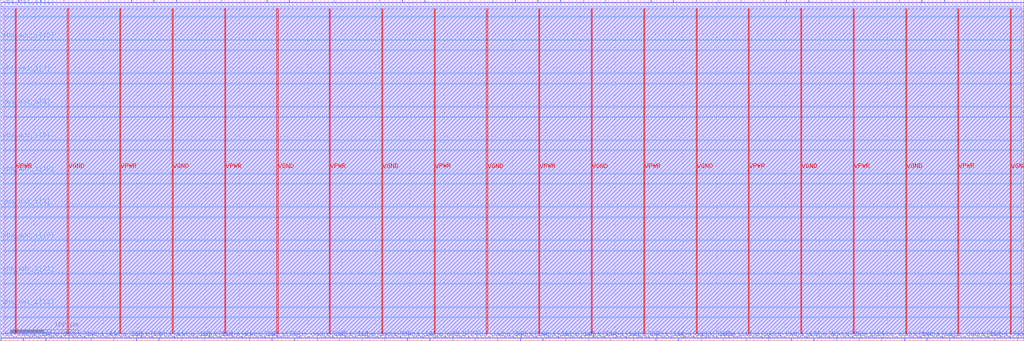
<source format=lef>
VERSION 5.7 ;
  NOWIREEXTENSIONATPIN ON ;
  DIVIDERCHAR "/" ;
  BUSBITCHARS "[]" ;
MACRO SonarOnChip
  CLASS BLOCK ;
  FOREIGN SonarOnChip ;
  ORIGIN 0.000 0.000 ;
  SIZE 1500.000 BY 500.000 ;
  PIN VGND
    DIRECTION INPUT ;
    USE GROUND ;
    PORT
      LAYER met4 ;
        RECT 97.840 10.640 99.440 487.120 ;
    END
    PORT
      LAYER met4 ;
        RECT 251.440 10.640 253.040 487.120 ;
    END
    PORT
      LAYER met4 ;
        RECT 405.040 10.640 406.640 487.120 ;
    END
    PORT
      LAYER met4 ;
        RECT 558.640 10.640 560.240 487.120 ;
    END
    PORT
      LAYER met4 ;
        RECT 712.240 10.640 713.840 487.120 ;
    END
    PORT
      LAYER met4 ;
        RECT 865.840 10.640 867.440 487.120 ;
    END
    PORT
      LAYER met4 ;
        RECT 1019.440 10.640 1021.040 487.120 ;
    END
    PORT
      LAYER met4 ;
        RECT 1173.040 10.640 1174.640 487.120 ;
    END
    PORT
      LAYER met4 ;
        RECT 1326.640 10.640 1328.240 487.120 ;
    END
    PORT
      LAYER met4 ;
        RECT 1480.240 10.640 1481.840 487.120 ;
    END
  END VGND
  PIN VPWR
    DIRECTION INPUT ;
    USE POWER ;
    PORT
      LAYER met4 ;
        RECT 21.040 10.640 22.640 487.120 ;
    END
    PORT
      LAYER met4 ;
        RECT 174.640 10.640 176.240 487.120 ;
    END
    PORT
      LAYER met4 ;
        RECT 328.240 10.640 329.840 487.120 ;
    END
    PORT
      LAYER met4 ;
        RECT 481.840 10.640 483.440 487.120 ;
    END
    PORT
      LAYER met4 ;
        RECT 635.440 10.640 637.040 487.120 ;
    END
    PORT
      LAYER met4 ;
        RECT 789.040 10.640 790.640 487.120 ;
    END
    PORT
      LAYER met4 ;
        RECT 942.640 10.640 944.240 487.120 ;
    END
    PORT
      LAYER met4 ;
        RECT 1096.240 10.640 1097.840 487.120 ;
    END
    PORT
      LAYER met4 ;
        RECT 1249.840 10.640 1251.440 487.120 ;
    END
    PORT
      LAYER met4 ;
        RECT 1403.440 10.640 1405.040 487.120 ;
    END
  END VPWR
  PIN ce_pcm
    DIRECTION INPUT ;
    USE SIGNAL ;
    PORT
      LAYER met2 ;
        RECT 1258.650 0.000 1258.930 4.000 ;
    END
  END ce_pcm
  PIN cmp
    DIRECTION OUTPUT TRISTATE ;
    USE SIGNAL ;
    PORT
      LAYER met2 ;
        RECT 1483.130 496.000 1483.410 500.000 ;
    END
  END cmp
  PIN mclear
    DIRECTION INPUT ;
    USE SIGNAL ;
    PORT
      LAYER met2 ;
        RECT 920.090 496.000 920.370 500.000 ;
    END
  END mclear
  PIN mclk
    DIRECTION INPUT ;
    USE SIGNAL ;
    PORT
      LAYER met2 ;
        RECT 662.490 0.000 662.770 4.000 ;
    END
  END mclk
  PIN pdm_data_i
    DIRECTION INPUT ;
    USE SIGNAL ;
    PORT
      LAYER met2 ;
        RECT 1026.810 0.000 1027.090 4.000 ;
    END
  END pdm_data_i
  PIN wb_clk_i
    DIRECTION INPUT ;
    USE SIGNAL ;
    PORT
      LAYER met2 ;
        RECT 397.530 0.000 397.810 4.000 ;
    END
  END wb_clk_i
  PIN wb_rst_i
    DIRECTION INPUT ;
    USE SIGNAL ;
    PORT
      LAYER met2 ;
        RECT 1052.570 496.000 1052.850 500.000 ;
    END
  END wb_rst_i
  PIN wbs_ack_o
    DIRECTION OUTPUT TRISTATE ;
    USE SIGNAL ;
    PORT
      LAYER met2 ;
        RECT 1151.930 496.000 1152.210 500.000 ;
    END
  END wbs_ack_o
  PIN wbs_adr_i[0]
    DIRECTION INPUT ;
    USE SIGNAL ;
    PORT
      LAYER met2 ;
        RECT 198.810 0.000 199.090 4.000 ;
    END
  END wbs_adr_i[0]
  PIN wbs_adr_i[10]
    DIRECTION INPUT ;
    USE SIGNAL ;
    PORT
      LAYER met3 ;
        RECT 0.000 146.920 4.000 147.520 ;
    END
  END wbs_adr_i[10]
  PIN wbs_adr_i[11]
    DIRECTION INPUT ;
    USE SIGNAL ;
    PORT
      LAYER met2 ;
        RECT 331.290 0.000 331.570 4.000 ;
    END
  END wbs_adr_i[11]
  PIN wbs_adr_i[12]
    DIRECTION INPUT ;
    USE SIGNAL ;
    PORT
      LAYER met2 ;
        RECT 861.210 0.000 861.490 4.000 ;
    END
  END wbs_adr_i[12]
  PIN wbs_adr_i[13]
    DIRECTION INPUT ;
    USE SIGNAL ;
    PORT
      LAYER met3 ;
        RECT 1496.000 327.800 1500.000 328.400 ;
    END
  END wbs_adr_i[13]
  PIN wbs_adr_i[14]
    DIRECTION INPUT ;
    USE SIGNAL ;
    PORT
      LAYER met2 ;
        RECT 563.130 0.000 563.410 4.000 ;
    END
  END wbs_adr_i[14]
  PIN wbs_adr_i[15]
    DIRECTION INPUT ;
    USE SIGNAL ;
    PORT
      LAYER met3 ;
        RECT 0.000 440.680 4.000 441.280 ;
    END
  END wbs_adr_i[15]
  PIN wbs_adr_i[16]
    DIRECTION INPUT ;
    USE SIGNAL ;
    PORT
      LAYER met3 ;
        RECT 1496.000 229.880 1500.000 230.480 ;
    END
  END wbs_adr_i[16]
  PIN wbs_adr_i[17]
    DIRECTION INPUT ;
    USE SIGNAL ;
    PORT
      LAYER met2 ;
        RECT 820.730 496.000 821.010 500.000 ;
    END
  END wbs_adr_i[17]
  PIN wbs_adr_i[18]
    DIRECTION INPUT ;
    USE SIGNAL ;
    PORT
      LAYER met2 ;
        RECT 231.930 0.000 232.210 4.000 ;
    END
  END wbs_adr_i[18]
  PIN wbs_adr_i[19]
    DIRECTION INPUT ;
    USE SIGNAL ;
    PORT
      LAYER met3 ;
        RECT 0.000 244.840 4.000 245.440 ;
    END
  END wbs_adr_i[19]
  PIN wbs_adr_i[1]
    DIRECTION INPUT ;
    USE SIGNAL ;
    PORT
      LAYER met2 ;
        RECT 1291.770 0.000 1292.050 4.000 ;
    END
  END wbs_adr_i[1]
  PIN wbs_adr_i[20]
    DIRECTION INPUT ;
    USE SIGNAL ;
    PORT
      LAYER met2 ;
        RECT 257.690 496.000 257.970 500.000 ;
    END
  END wbs_adr_i[20]
  PIN wbs_adr_i[21]
    DIRECTION INPUT ;
    USE SIGNAL ;
    PORT
      LAYER met3 ;
        RECT 1496.000 376.760 1500.000 377.360 ;
    END
  END wbs_adr_i[21]
  PIN wbs_adr_i[22]
    DIRECTION INPUT ;
    USE SIGNAL ;
    PORT
      LAYER met2 ;
        RECT 1317.530 496.000 1317.810 500.000 ;
    END
  END wbs_adr_i[22]
  PIN wbs_adr_i[23]
    DIRECTION INPUT ;
    USE SIGNAL ;
    PORT
      LAYER met2 ;
        RECT 1085.690 496.000 1085.970 500.000 ;
    END
  END wbs_adr_i[23]
  PIN wbs_adr_i[24]
    DIRECTION INPUT ;
    USE SIGNAL ;
    PORT
      LAYER met2 ;
        RECT 224.570 496.000 224.850 500.000 ;
    END
  END wbs_adr_i[24]
  PIN wbs_adr_i[25]
    DIRECTION INPUT ;
    USE SIGNAL ;
    PORT
      LAYER met2 ;
        RECT 132.570 0.000 132.850 4.000 ;
    END
  END wbs_adr_i[25]
  PIN wbs_adr_i[26]
    DIRECTION INPUT ;
    USE SIGNAL ;
    PORT
      LAYER met2 ;
        RECT 323.930 496.000 324.210 500.000 ;
    END
  END wbs_adr_i[26]
  PIN wbs_adr_i[27]
    DIRECTION INPUT ;
    USE SIGNAL ;
    PORT
      LAYER met2 ;
        RECT 721.370 496.000 721.650 500.000 ;
    END
  END wbs_adr_i[27]
  PIN wbs_adr_i[28]
    DIRECTION INPUT ;
    USE SIGNAL ;
    PORT
      LAYER met3 ;
        RECT 1496.000 425.720 1500.000 426.320 ;
    END
  END wbs_adr_i[28]
  PIN wbs_adr_i[29]
    DIRECTION INPUT ;
    USE SIGNAL ;
    PORT
      LAYER met2 ;
        RECT 158.330 496.000 158.610 500.000 ;
    END
  END wbs_adr_i[29]
  PIN wbs_adr_i[2]
    DIRECTION INPUT ;
    USE SIGNAL ;
    PORT
      LAYER met2 ;
        RECT 1192.410 0.000 1192.690 4.000 ;
    END
  END wbs_adr_i[2]
  PIN wbs_adr_i[30]
    DIRECTION INPUT ;
    USE SIGNAL ;
    PORT
      LAYER met2 ;
        RECT 1350.650 496.000 1350.930 500.000 ;
    END
  END wbs_adr_i[30]
  PIN wbs_adr_i[31]
    DIRECTION INPUT ;
    USE SIGNAL ;
    PORT
      LAYER met3 ;
        RECT 0.000 97.960 4.000 98.560 ;
    END
  END wbs_adr_i[31]
  PIN wbs_adr_i[3]
    DIRECTION INPUT ;
    USE SIGNAL ;
    PORT
      LAYER met2 ;
        RECT 1159.290 0.000 1159.570 4.000 ;
    END
  END wbs_adr_i[3]
  PIN wbs_adr_i[4]
    DIRECTION INPUT ;
    USE SIGNAL ;
    PORT
      LAYER met3 ;
        RECT 1496.000 278.840 1500.000 279.440 ;
    END
  END wbs_adr_i[4]
  PIN wbs_adr_i[5]
    DIRECTION INPUT ;
    USE SIGNAL ;
    PORT
      LAYER met3 ;
        RECT 1496.000 131.960 1500.000 132.560 ;
    END
  END wbs_adr_i[5]
  PIN wbs_adr_i[6]
    DIRECTION INPUT ;
    USE SIGNAL ;
    PORT
      LAYER met3 ;
        RECT 1496.000 34.040 1500.000 34.640 ;
    END
  END wbs_adr_i[6]
  PIN wbs_adr_i[7]
    DIRECTION INPUT ;
    USE SIGNAL ;
    PORT
      LAYER met2 ;
        RECT 125.210 496.000 125.490 500.000 ;
    END
  END wbs_adr_i[7]
  PIN wbs_adr_i[8]
    DIRECTION INPUT ;
    USE SIGNAL ;
    PORT
      LAYER met2 ;
        RECT 1416.890 496.000 1417.170 500.000 ;
    END
  END wbs_adr_i[8]
  PIN wbs_adr_i[9]
    DIRECTION INPUT ;
    USE SIGNAL ;
    PORT
      LAYER met3 ;
        RECT 0.000 293.800 4.000 294.400 ;
    END
  END wbs_adr_i[9]
  PIN wbs_cyc_i
    DIRECTION INPUT ;
    USE SIGNAL ;
    PORT
      LAYER met2 ;
        RECT 1093.050 0.000 1093.330 4.000 ;
    END
  END wbs_cyc_i
  PIN wbs_dat_i[0]
    DIRECTION INPUT ;
    USE SIGNAL ;
    PORT
      LAYER met2 ;
        RECT 290.810 496.000 291.090 500.000 ;
    END
  END wbs_dat_i[0]
  PIN wbs_dat_i[10]
    DIRECTION INPUT ;
    USE SIGNAL ;
    PORT
      LAYER met2 ;
        RECT 1019.450 496.000 1019.730 500.000 ;
    END
  END wbs_dat_i[10]
  PIN wbs_dat_i[11]
    DIRECTION INPUT ;
    USE SIGNAL ;
    PORT
      LAYER met3 ;
        RECT 0.000 49.000 4.000 49.600 ;
    END
  END wbs_dat_i[11]
  PIN wbs_dat_i[12]
    DIRECTION INPUT ;
    USE SIGNAL ;
    PORT
      LAYER met2 ;
        RECT 1391.130 0.000 1391.410 4.000 ;
    END
  END wbs_dat_i[12]
  PIN wbs_dat_i[13]
    DIRECTION INPUT ;
    USE SIGNAL ;
    PORT
      LAYER met2 ;
        RECT 853.850 496.000 854.130 500.000 ;
    END
  END wbs_dat_i[13]
  PIN wbs_dat_i[14]
    DIRECTION INPUT ;
    USE SIGNAL ;
    PORT
      LAYER met2 ;
        RECT 1118.810 496.000 1119.090 500.000 ;
    END
  END wbs_dat_i[14]
  PIN wbs_dat_i[15]
    DIRECTION INPUT ;
    USE SIGNAL ;
    PORT
      LAYER met2 ;
        RECT 423.290 496.000 423.570 500.000 ;
    END
  END wbs_dat_i[15]
  PIN wbs_dat_i[16]
    DIRECTION INPUT ;
    USE SIGNAL ;
    PORT
      LAYER met2 ;
        RECT 265.050 0.000 265.330 4.000 ;
    END
  END wbs_dat_i[16]
  PIN wbs_dat_i[17]
    DIRECTION INPUT ;
    USE SIGNAL ;
    PORT
      LAYER met2 ;
        RECT 1126.170 0.000 1126.450 4.000 ;
    END
  END wbs_dat_i[17]
  PIN wbs_dat_i[18]
    DIRECTION INPUT ;
    USE SIGNAL ;
    PORT
      LAYER met2 ;
        RECT 993.690 0.000 993.970 4.000 ;
    END
  END wbs_dat_i[18]
  PIN wbs_dat_i[19]
    DIRECTION INPUT ;
    USE SIGNAL ;
    PORT
      LAYER met2 ;
        RECT 1457.370 0.000 1457.650 4.000 ;
    END
  END wbs_dat_i[19]
  PIN wbs_dat_i[1]
    DIRECTION INPUT ;
    USE SIGNAL ;
    PORT
      LAYER met2 ;
        RECT 66.330 0.000 66.610 4.000 ;
    END
  END wbs_dat_i[1]
  PIN wbs_dat_i[20]
    DIRECTION INPUT ;
    USE SIGNAL ;
    PORT
      LAYER met2 ;
        RECT 828.090 0.000 828.370 4.000 ;
    END
  END wbs_dat_i[20]
  PIN wbs_dat_i[21]
    DIRECTION INPUT ;
    USE SIGNAL ;
    PORT
      LAYER met2 ;
        RECT 886.970 496.000 887.250 500.000 ;
    END
  END wbs_dat_i[21]
  PIN wbs_dat_i[22]
    DIRECTION INPUT ;
    USE SIGNAL ;
    PORT
      LAYER met3 ;
        RECT 1496.000 474.680 1500.000 475.280 ;
    END
  END wbs_dat_i[22]
  PIN wbs_dat_i[23]
    DIRECTION INPUT ;
    USE SIGNAL ;
    PORT
      LAYER met2 ;
        RECT 960.570 0.000 960.850 4.000 ;
    END
  END wbs_dat_i[23]
  PIN wbs_dat_i[24]
    DIRECTION INPUT ;
    USE SIGNAL ;
    PORT
      LAYER met2 ;
        RECT 728.730 0.000 729.010 4.000 ;
    END
  END wbs_dat_i[24]
  PIN wbs_dat_i[25]
    DIRECTION INPUT ;
    USE SIGNAL ;
    PORT
      LAYER met2 ;
        RECT 364.410 0.000 364.690 4.000 ;
    END
  END wbs_dat_i[25]
  PIN wbs_dat_i[26]
    DIRECTION INPUT ;
    USE SIGNAL ;
    PORT
      LAYER met2 ;
        RECT 986.330 496.000 986.610 500.000 ;
    END
  END wbs_dat_i[26]
  PIN wbs_dat_i[27]
    DIRECTION INPUT ;
    USE SIGNAL ;
    PORT
      LAYER met2 ;
        RECT 787.610 496.000 787.890 500.000 ;
    END
  END wbs_dat_i[27]
  PIN wbs_dat_i[28]
    DIRECTION INPUT ;
    USE SIGNAL ;
    PORT
      LAYER met2 ;
        RECT 390.170 496.000 390.450 500.000 ;
    END
  END wbs_dat_i[28]
  PIN wbs_dat_i[29]
    DIRECTION INPUT ;
    USE SIGNAL ;
    PORT
      LAYER met2 ;
        RECT 927.450 0.000 927.730 4.000 ;
    END
  END wbs_dat_i[29]
  PIN wbs_dat_i[2]
    DIRECTION INPUT ;
    USE SIGNAL ;
    PORT
      LAYER met2 ;
        RECT 522.650 496.000 522.930 500.000 ;
    END
  END wbs_dat_i[2]
  PIN wbs_dat_i[30]
    DIRECTION INPUT ;
    USE SIGNAL ;
    PORT
      LAYER met2 ;
        RECT 761.850 0.000 762.130 4.000 ;
    END
  END wbs_dat_i[30]
  PIN wbs_dat_i[31]
    DIRECTION INPUT ;
    USE SIGNAL ;
    PORT
      LAYER met2 ;
        RECT 1218.170 496.000 1218.450 500.000 ;
    END
  END wbs_dat_i[31]
  PIN wbs_dat_i[3]
    DIRECTION INPUT ;
    USE SIGNAL ;
    PORT
      LAYER met3 ;
        RECT 0.000 195.880 4.000 196.480 ;
    END
  END wbs_dat_i[3]
  PIN wbs_dat_i[4]
    DIRECTION INPUT ;
    USE SIGNAL ;
    PORT
      LAYER met2 ;
        RECT 99.450 0.000 99.730 4.000 ;
    END
  END wbs_dat_i[4]
  PIN wbs_dat_i[5]
    DIRECTION INPUT ;
    USE SIGNAL ;
    PORT
      LAYER met2 ;
        RECT 58.970 496.000 59.250 500.000 ;
    END
  END wbs_dat_i[5]
  PIN wbs_dat_i[6]
    DIRECTION INPUT ;
    USE SIGNAL ;
    PORT
      LAYER met2 ;
        RECT 894.330 0.000 894.610 4.000 ;
    END
  END wbs_dat_i[6]
  PIN wbs_dat_i[7]
    DIRECTION INPUT ;
    USE SIGNAL ;
    PORT
      LAYER met2 ;
        RECT 1424.250 0.000 1424.530 4.000 ;
    END
  END wbs_dat_i[7]
  PIN wbs_dat_i[8]
    DIRECTION INPUT ;
    USE SIGNAL ;
    PORT
      LAYER met2 ;
        RECT 1225.530 0.000 1225.810 4.000 ;
    END
  END wbs_dat_i[8]
  PIN wbs_dat_i[9]
    DIRECTION INPUT ;
    USE SIGNAL ;
    PORT
      LAYER met2 ;
        RECT 695.610 0.000 695.890 4.000 ;
    END
  END wbs_dat_i[9]
  PIN wbs_dat_o[0]
    DIRECTION OUTPUT TRISTATE ;
    USE SIGNAL ;
    PORT
      LAYER met2 ;
        RECT 357.050 496.000 357.330 500.000 ;
    END
  END wbs_dat_o[0]
  PIN wbs_dat_o[10]
    DIRECTION OUTPUT TRISTATE ;
    USE SIGNAL ;
    PORT
      LAYER met2 ;
        RECT 191.450 496.000 191.730 500.000 ;
    END
  END wbs_dat_o[10]
  PIN wbs_dat_o[11]
    DIRECTION OUTPUT TRISTATE ;
    USE SIGNAL ;
    PORT
      LAYER met2 ;
        RECT 588.890 496.000 589.170 500.000 ;
    END
  END wbs_dat_o[11]
  PIN wbs_dat_o[12]
    DIRECTION OUTPUT TRISTATE ;
    USE SIGNAL ;
    PORT
      LAYER met2 ;
        RECT 1324.890 0.000 1325.170 4.000 ;
    END
  END wbs_dat_o[12]
  PIN wbs_dat_o[13]
    DIRECTION OUTPUT TRISTATE ;
    USE SIGNAL ;
    PORT
      LAYER met3 ;
        RECT 1496.000 83.000 1500.000 83.600 ;
    END
  END wbs_dat_o[13]
  PIN wbs_dat_o[14]
    DIRECTION OUTPUT TRISTATE ;
    USE SIGNAL ;
    PORT
      LAYER met2 ;
        RECT 794.970 0.000 795.250 4.000 ;
    END
  END wbs_dat_o[14]
  PIN wbs_dat_o[15]
    DIRECTION OUTPUT TRISTATE ;
    USE SIGNAL ;
    PORT
      LAYER met3 ;
        RECT 1496.000 180.920 1500.000 181.520 ;
    END
  END wbs_dat_o[15]
  PIN wbs_dat_o[16]
    DIRECTION OUTPUT TRISTATE ;
    USE SIGNAL ;
    PORT
      LAYER met2 ;
        RECT 463.770 0.000 464.050 4.000 ;
    END
  END wbs_dat_o[16]
  PIN wbs_dat_o[17]
    DIRECTION OUTPUT TRISTATE ;
    USE SIGNAL ;
    PORT
      LAYER met2 ;
        RECT 655.130 496.000 655.410 500.000 ;
    END
  END wbs_dat_o[17]
  PIN wbs_dat_o[18]
    DIRECTION OUTPUT TRISTATE ;
    USE SIGNAL ;
    PORT
      LAYER met2 ;
        RECT 25.850 496.000 26.130 500.000 ;
    END
  END wbs_dat_o[18]
  PIN wbs_dat_o[19]
    DIRECTION OUTPUT TRISTATE ;
    USE SIGNAL ;
    PORT
      LAYER met2 ;
        RECT 0.090 0.000 0.370 4.000 ;
    END
  END wbs_dat_o[19]
  PIN wbs_dat_o[1]
    DIRECTION OUTPUT TRISTATE ;
    USE SIGNAL ;
    PORT
      LAYER met2 ;
        RECT 596.250 0.000 596.530 4.000 ;
    END
  END wbs_dat_o[1]
  PIN wbs_dat_o[20]
    DIRECTION OUTPUT TRISTATE ;
    USE SIGNAL ;
    PORT
      LAYER met2 ;
        RECT 688.250 496.000 688.530 500.000 ;
    END
  END wbs_dat_o[20]
  PIN wbs_dat_o[21]
    DIRECTION OUTPUT TRISTATE ;
    USE SIGNAL ;
    PORT
      LAYER met2 ;
        RECT 953.210 496.000 953.490 500.000 ;
    END
  END wbs_dat_o[21]
  PIN wbs_dat_o[22]
    DIRECTION OUTPUT TRISTATE ;
    USE SIGNAL ;
    PORT
      LAYER met2 ;
        RECT 1251.290 496.000 1251.570 500.000 ;
    END
  END wbs_dat_o[22]
  PIN wbs_dat_o[23]
    DIRECTION OUTPUT TRISTATE ;
    USE SIGNAL ;
    PORT
      LAYER met2 ;
        RECT 489.530 496.000 489.810 500.000 ;
    END
  END wbs_dat_o[23]
  PIN wbs_dat_o[24]
    DIRECTION OUTPUT TRISTATE ;
    USE SIGNAL ;
    PORT
      LAYER met2 ;
        RECT 92.090 496.000 92.370 500.000 ;
    END
  END wbs_dat_o[24]
  PIN wbs_dat_o[25]
    DIRECTION OUTPUT TRISTATE ;
    USE SIGNAL ;
    PORT
      LAYER met2 ;
        RECT 33.210 0.000 33.490 4.000 ;
    END
  END wbs_dat_o[25]
  PIN wbs_dat_o[26]
    DIRECTION OUTPUT TRISTATE ;
    USE SIGNAL ;
    PORT
      LAYER met2 ;
        RECT 1383.770 496.000 1384.050 500.000 ;
    END
  END wbs_dat_o[26]
  PIN wbs_dat_o[27]
    DIRECTION OUTPUT TRISTATE ;
    USE SIGNAL ;
    PORT
      LAYER met2 ;
        RECT 1185.050 496.000 1185.330 500.000 ;
    END
  END wbs_dat_o[27]
  PIN wbs_dat_o[28]
    DIRECTION OUTPUT TRISTATE ;
    USE SIGNAL ;
    PORT
      LAYER met2 ;
        RECT 430.650 0.000 430.930 4.000 ;
    END
  END wbs_dat_o[28]
  PIN wbs_dat_o[29]
    DIRECTION OUTPUT TRISTATE ;
    USE SIGNAL ;
    PORT
      LAYER met2 ;
        RECT 1450.010 496.000 1450.290 500.000 ;
    END
  END wbs_dat_o[29]
  PIN wbs_dat_o[2]
    DIRECTION OUTPUT TRISTATE ;
    USE SIGNAL ;
    PORT
      LAYER met2 ;
        RECT 1059.930 0.000 1060.210 4.000 ;
    END
  END wbs_dat_o[2]
  PIN wbs_dat_o[30]
    DIRECTION OUTPUT TRISTATE ;
    USE SIGNAL ;
    PORT
      LAYER met2 ;
        RECT 555.770 496.000 556.050 500.000 ;
    END
  END wbs_dat_o[30]
  PIN wbs_dat_o[31]
    DIRECTION OUTPUT TRISTATE ;
    USE SIGNAL ;
    PORT
      LAYER met3 ;
        RECT 0.000 489.640 4.000 490.240 ;
    END
  END wbs_dat_o[31]
  PIN wbs_dat_o[3]
    DIRECTION OUTPUT TRISTATE ;
    USE SIGNAL ;
    PORT
      LAYER met2 ;
        RECT 165.690 0.000 165.970 4.000 ;
    END
  END wbs_dat_o[3]
  PIN wbs_dat_o[4]
    DIRECTION OUTPUT TRISTATE ;
    USE SIGNAL ;
    PORT
      LAYER met2 ;
        RECT 298.170 0.000 298.450 4.000 ;
    END
  END wbs_dat_o[4]
  PIN wbs_dat_o[5]
    DIRECTION OUTPUT TRISTATE ;
    USE SIGNAL ;
    PORT
      LAYER met2 ;
        RECT 496.890 0.000 497.170 4.000 ;
    END
  END wbs_dat_o[5]
  PIN wbs_dat_o[6]
    DIRECTION OUTPUT TRISTATE ;
    USE SIGNAL ;
    PORT
      LAYER met2 ;
        RECT 1490.490 0.000 1490.770 4.000 ;
    END
  END wbs_dat_o[6]
  PIN wbs_dat_o[7]
    DIRECTION OUTPUT TRISTATE ;
    USE SIGNAL ;
    PORT
      LAYER met2 ;
        RECT 530.010 0.000 530.290 4.000 ;
    END
  END wbs_dat_o[7]
  PIN wbs_dat_o[8]
    DIRECTION OUTPUT TRISTATE ;
    USE SIGNAL ;
    PORT
      LAYER met3 ;
        RECT 0.000 342.760 4.000 343.360 ;
    END
  END wbs_dat_o[8]
  PIN wbs_dat_o[9]
    DIRECTION OUTPUT TRISTATE ;
    USE SIGNAL ;
    PORT
      LAYER met2 ;
        RECT 1284.410 496.000 1284.690 500.000 ;
    END
  END wbs_dat_o[9]
  PIN wbs_sel_i[0]
    DIRECTION INPUT ;
    USE SIGNAL ;
    PORT
      LAYER met2 ;
        RECT 622.010 496.000 622.290 500.000 ;
    END
  END wbs_sel_i[0]
  PIN wbs_sel_i[1]
    DIRECTION INPUT ;
    USE SIGNAL ;
    PORT
      LAYER met2 ;
        RECT 754.490 496.000 754.770 500.000 ;
    END
  END wbs_sel_i[1]
  PIN wbs_sel_i[2]
    DIRECTION INPUT ;
    USE SIGNAL ;
    PORT
      LAYER met2 ;
        RECT 629.370 0.000 629.650 4.000 ;
    END
  END wbs_sel_i[2]
  PIN wbs_sel_i[3]
    DIRECTION INPUT ;
    USE SIGNAL ;
    PORT
      LAYER met3 ;
        RECT 0.000 391.720 4.000 392.320 ;
    END
  END wbs_sel_i[3]
  PIN wbs_stb_i
    DIRECTION INPUT ;
    USE SIGNAL ;
    PORT
      LAYER met2 ;
        RECT 456.410 496.000 456.690 500.000 ;
    END
  END wbs_stb_i
  PIN wbs_we_i
    DIRECTION INPUT ;
    USE SIGNAL ;
    PORT
      LAYER met2 ;
        RECT 1358.010 0.000 1358.290 4.000 ;
    END
  END wbs_we_i
  OBS
      LAYER li1 ;
        RECT 5.520 10.795 1499.915 486.965 ;
      LAYER met1 ;
        RECT 0.070 9.900 1499.990 487.120 ;
      LAYER met2 ;
        RECT 0.100 495.720 25.570 496.130 ;
        RECT 26.410 495.720 58.690 496.130 ;
        RECT 59.530 495.720 91.810 496.130 ;
        RECT 92.650 495.720 124.930 496.130 ;
        RECT 125.770 495.720 158.050 496.130 ;
        RECT 158.890 495.720 191.170 496.130 ;
        RECT 192.010 495.720 224.290 496.130 ;
        RECT 225.130 495.720 257.410 496.130 ;
        RECT 258.250 495.720 290.530 496.130 ;
        RECT 291.370 495.720 323.650 496.130 ;
        RECT 324.490 495.720 356.770 496.130 ;
        RECT 357.610 495.720 389.890 496.130 ;
        RECT 390.730 495.720 423.010 496.130 ;
        RECT 423.850 495.720 456.130 496.130 ;
        RECT 456.970 495.720 489.250 496.130 ;
        RECT 490.090 495.720 522.370 496.130 ;
        RECT 523.210 495.720 555.490 496.130 ;
        RECT 556.330 495.720 588.610 496.130 ;
        RECT 589.450 495.720 621.730 496.130 ;
        RECT 622.570 495.720 654.850 496.130 ;
        RECT 655.690 495.720 687.970 496.130 ;
        RECT 688.810 495.720 721.090 496.130 ;
        RECT 721.930 495.720 754.210 496.130 ;
        RECT 755.050 495.720 787.330 496.130 ;
        RECT 788.170 495.720 820.450 496.130 ;
        RECT 821.290 495.720 853.570 496.130 ;
        RECT 854.410 495.720 886.690 496.130 ;
        RECT 887.530 495.720 919.810 496.130 ;
        RECT 920.650 495.720 952.930 496.130 ;
        RECT 953.770 495.720 986.050 496.130 ;
        RECT 986.890 495.720 1019.170 496.130 ;
        RECT 1020.010 495.720 1052.290 496.130 ;
        RECT 1053.130 495.720 1085.410 496.130 ;
        RECT 1086.250 495.720 1118.530 496.130 ;
        RECT 1119.370 495.720 1151.650 496.130 ;
        RECT 1152.490 495.720 1184.770 496.130 ;
        RECT 1185.610 495.720 1217.890 496.130 ;
        RECT 1218.730 495.720 1251.010 496.130 ;
        RECT 1251.850 495.720 1284.130 496.130 ;
        RECT 1284.970 495.720 1317.250 496.130 ;
        RECT 1318.090 495.720 1350.370 496.130 ;
        RECT 1351.210 495.720 1383.490 496.130 ;
        RECT 1384.330 495.720 1416.610 496.130 ;
        RECT 1417.450 495.720 1449.730 496.130 ;
        RECT 1450.570 495.720 1482.850 496.130 ;
        RECT 1483.690 495.720 1499.960 496.130 ;
        RECT 0.100 4.280 1499.960 495.720 ;
        RECT 0.650 4.000 32.930 4.280 ;
        RECT 33.770 4.000 66.050 4.280 ;
        RECT 66.890 4.000 99.170 4.280 ;
        RECT 100.010 4.000 132.290 4.280 ;
        RECT 133.130 4.000 165.410 4.280 ;
        RECT 166.250 4.000 198.530 4.280 ;
        RECT 199.370 4.000 231.650 4.280 ;
        RECT 232.490 4.000 264.770 4.280 ;
        RECT 265.610 4.000 297.890 4.280 ;
        RECT 298.730 4.000 331.010 4.280 ;
        RECT 331.850 4.000 364.130 4.280 ;
        RECT 364.970 4.000 397.250 4.280 ;
        RECT 398.090 4.000 430.370 4.280 ;
        RECT 431.210 4.000 463.490 4.280 ;
        RECT 464.330 4.000 496.610 4.280 ;
        RECT 497.450 4.000 529.730 4.280 ;
        RECT 530.570 4.000 562.850 4.280 ;
        RECT 563.690 4.000 595.970 4.280 ;
        RECT 596.810 4.000 629.090 4.280 ;
        RECT 629.930 4.000 662.210 4.280 ;
        RECT 663.050 4.000 695.330 4.280 ;
        RECT 696.170 4.000 728.450 4.280 ;
        RECT 729.290 4.000 761.570 4.280 ;
        RECT 762.410 4.000 794.690 4.280 ;
        RECT 795.530 4.000 827.810 4.280 ;
        RECT 828.650 4.000 860.930 4.280 ;
        RECT 861.770 4.000 894.050 4.280 ;
        RECT 894.890 4.000 927.170 4.280 ;
        RECT 928.010 4.000 960.290 4.280 ;
        RECT 961.130 4.000 993.410 4.280 ;
        RECT 994.250 4.000 1026.530 4.280 ;
        RECT 1027.370 4.000 1059.650 4.280 ;
        RECT 1060.490 4.000 1092.770 4.280 ;
        RECT 1093.610 4.000 1125.890 4.280 ;
        RECT 1126.730 4.000 1159.010 4.280 ;
        RECT 1159.850 4.000 1192.130 4.280 ;
        RECT 1192.970 4.000 1225.250 4.280 ;
        RECT 1226.090 4.000 1258.370 4.280 ;
        RECT 1259.210 4.000 1291.490 4.280 ;
        RECT 1292.330 4.000 1324.610 4.280 ;
        RECT 1325.450 4.000 1357.730 4.280 ;
        RECT 1358.570 4.000 1390.850 4.280 ;
        RECT 1391.690 4.000 1423.970 4.280 ;
        RECT 1424.810 4.000 1457.090 4.280 ;
        RECT 1457.930 4.000 1490.210 4.280 ;
        RECT 1491.050 4.000 1499.960 4.280 ;
      LAYER met3 ;
        RECT 4.400 489.240 1496.000 490.105 ;
        RECT 4.000 475.680 1496.000 489.240 ;
        RECT 4.000 474.280 1495.600 475.680 ;
        RECT 4.000 441.680 1496.000 474.280 ;
        RECT 4.400 440.280 1496.000 441.680 ;
        RECT 4.000 426.720 1496.000 440.280 ;
        RECT 4.000 425.320 1495.600 426.720 ;
        RECT 4.000 392.720 1496.000 425.320 ;
        RECT 4.400 391.320 1496.000 392.720 ;
        RECT 4.000 377.760 1496.000 391.320 ;
        RECT 4.000 376.360 1495.600 377.760 ;
        RECT 4.000 343.760 1496.000 376.360 ;
        RECT 4.400 342.360 1496.000 343.760 ;
        RECT 4.000 328.800 1496.000 342.360 ;
        RECT 4.000 327.400 1495.600 328.800 ;
        RECT 4.000 294.800 1496.000 327.400 ;
        RECT 4.400 293.400 1496.000 294.800 ;
        RECT 4.000 279.840 1496.000 293.400 ;
        RECT 4.000 278.440 1495.600 279.840 ;
        RECT 4.000 245.840 1496.000 278.440 ;
        RECT 4.400 244.440 1496.000 245.840 ;
        RECT 4.000 230.880 1496.000 244.440 ;
        RECT 4.000 229.480 1495.600 230.880 ;
        RECT 4.000 196.880 1496.000 229.480 ;
        RECT 4.400 195.480 1496.000 196.880 ;
        RECT 4.000 181.920 1496.000 195.480 ;
        RECT 4.000 180.520 1495.600 181.920 ;
        RECT 4.000 147.920 1496.000 180.520 ;
        RECT 4.400 146.520 1496.000 147.920 ;
        RECT 4.000 132.960 1496.000 146.520 ;
        RECT 4.000 131.560 1495.600 132.960 ;
        RECT 4.000 98.960 1496.000 131.560 ;
        RECT 4.400 97.560 1496.000 98.960 ;
        RECT 4.000 84.000 1496.000 97.560 ;
        RECT 4.000 82.600 1495.600 84.000 ;
        RECT 4.000 50.000 1496.000 82.600 ;
        RECT 4.400 48.600 1496.000 50.000 ;
        RECT 4.000 35.040 1496.000 48.600 ;
        RECT 4.000 33.640 1495.600 35.040 ;
        RECT 4.000 10.715 1496.000 33.640 ;
  END
END SonarOnChip
END LIBRARY


</source>
